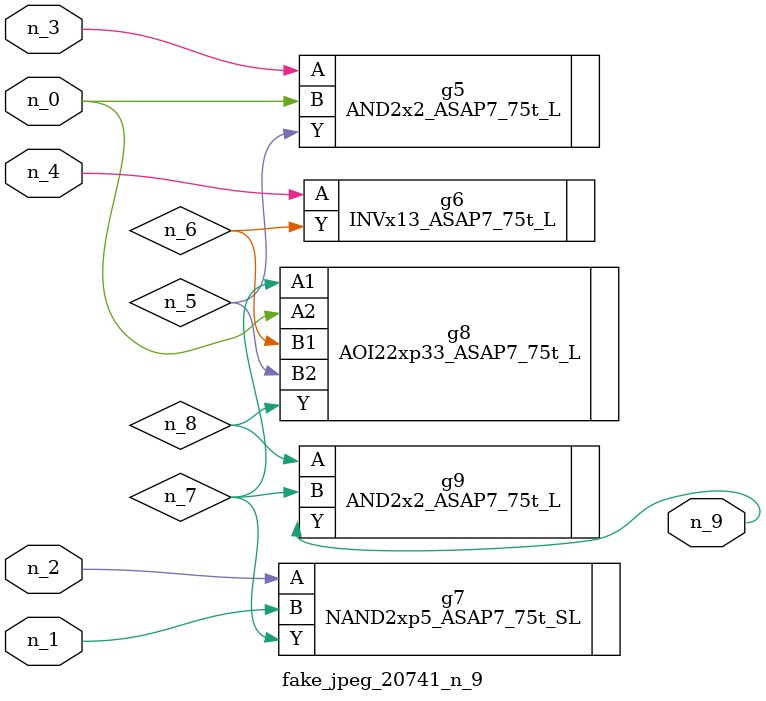
<source format=v>
module fake_jpeg_20741_n_9 (n_3, n_2, n_1, n_0, n_4, n_9);

input n_3;
input n_2;
input n_1;
input n_0;
input n_4;

output n_9;

wire n_8;
wire n_6;
wire n_5;
wire n_7;

AND2x2_ASAP7_75t_L g5 ( 
.A(n_3),
.B(n_0),
.Y(n_5)
);

INVx13_ASAP7_75t_L g6 ( 
.A(n_4),
.Y(n_6)
);

NAND2xp5_ASAP7_75t_SL g7 ( 
.A(n_2),
.B(n_1),
.Y(n_7)
);

AOI22xp33_ASAP7_75t_L g8 ( 
.A1(n_7),
.A2(n_0),
.B1(n_6),
.B2(n_5),
.Y(n_8)
);

AND2x2_ASAP7_75t_L g9 ( 
.A(n_8),
.B(n_7),
.Y(n_9)
);


endmodule
</source>
